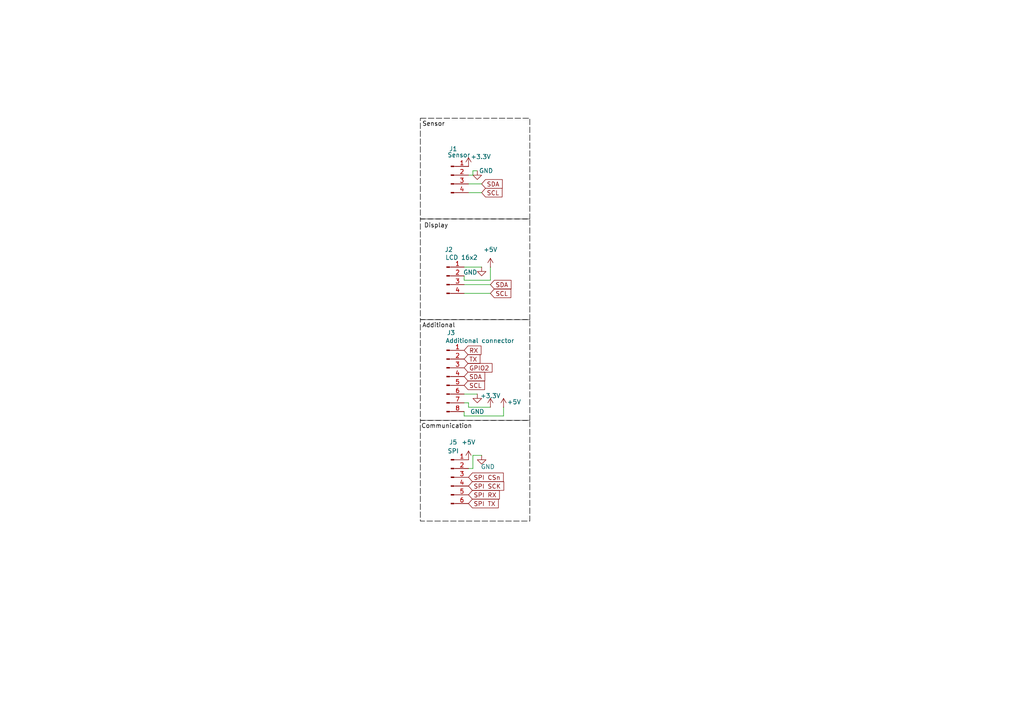
<source format=kicad_sch>
(kicad_sch (version 20250114) (generator "eeschema") (generator_version "9.0")
  (paper "A4")
  (title_block (title "Raspberry Pi Pico Logger - Connectors") (date "2025-06-21") (rev "2.0") (company "Creator: Piotr Kłyś"))
  (lib_symbols
    (symbol "Connector:Conn_01x04_Pin" (pin_names (offset 1.016) (hide yes))
      (property "Reference" "J" (at 0 5.08 0))
      (property "Value" "Conn_01x04_Pin" (at 0 -7.62 0))
      (symbol "Conn_01x04_Pin_1_1"
        (rectangle (start 0.8636 2.667) (end 0 2.413) (stroke (width 0.1524)) (fill (type outline)))
        (rectangle (start 0.8636 0.127) (end 0 -0.127) (stroke (width 0.1524)) (fill (type outline)))
        (rectangle (start 0.8636 -2.413) (end 0 -2.667) (stroke (width 0.1524)) (fill (type outline)))
        (rectangle (start 0.8636 -4.953) (end 0 -5.207) (stroke (width 0.1524)) (fill (type outline)))
        (polyline (pts (xy 1.27 2.54) (xy 0.8636 2.54)) (stroke (width 0.1524)))
        (polyline (pts (xy 1.27 0) (xy 0.8636 0)) (stroke (width 0.1524)))
        (polyline (pts (xy 1.27 -2.54) (xy 0.8636 -2.54)) (stroke (width 0.1524)))
        (polyline (pts (xy 1.27 -5.08) (xy 0.8636 -5.08)) (stroke (width 0.1524)))
        (pin passive line (at 5.08 2.54 180) (length 3.81) (name "Pin_1") (number "1"))
        (pin passive line (at 5.08 0 180) (length 3.81) (name "Pin_2") (number "2"))
        (pin passive line (at 5.08 -2.54 180) (length 3.81) (name "Pin_3") (number "3"))
        (pin passive line (at 5.08 -5.08 180) (length 3.81) (name "Pin_4") (number "4"))
      )
    )
    (symbol "Connector:Conn_01x06_Pin" (pin_names (offset 1.016) (hide yes))
      (property "Reference" "J" (at 0 7.62 0))
      (property "Value" "Conn_01x06_Pin" (at 0 -10.16 0))
      (symbol "Conn_01x06_Pin_1_1"
        (rectangle (start 0.8636 5.207) (end 0 4.953) (stroke (width 0.1524)) (fill (type outline)))
        (rectangle (start 0.8636 2.667) (end 0 2.413) (stroke (width 0.1524)) (fill (type outline)))
        (rectangle (start 0.8636 0.127) (end 0 -0.127) (stroke (width 0.1524)) (fill (type outline)))
        (rectangle (start 0.8636 -2.413) (end 0 -2.667) (stroke (width 0.1524)) (fill (type outline)))
        (rectangle (start 0.8636 -4.953) (end 0 -5.207) (stroke (width 0.1524)) (fill (type outline)))
        (rectangle (start 0.8636 -7.493) (end 0 -7.747) (stroke (width 0.1524)) (fill (type outline)))
        (polyline (pts (xy 1.27 5.08) (xy 0.8636 5.08)) (stroke (width 0.1524)))
        (polyline (pts (xy 1.27 2.54) (xy 0.8636 2.54)) (stroke (width 0.1524)))
        (polyline (pts (xy 1.27 0) (xy 0.8636 0)) (stroke (width 0.1524)))
        (polyline (pts (xy 1.27 -2.54) (xy 0.8636 -2.54)) (stroke (width 0.1524)))
        (polyline (pts (xy 1.27 -5.08) (xy 0.8636 -5.08)) (stroke (width 0.1524)))
        (polyline (pts (xy 1.27 -7.62) (xy 0.8636 -7.62)) (stroke (width 0.1524)))
        (pin passive line (at 5.08 5.08 180) (length 3.81) (name "Pin_1") (number "1"))
        (pin passive line (at 5.08 2.54 180) (length 3.81) (name "Pin_2") (number "2"))
        (pin passive line (at 5.08 0 180) (length 3.81) (name "Pin_3") (number "3"))
        (pin passive line (at 5.08 -2.54 180) (length 3.81) (name "Pin_4") (number "4"))
        (pin passive line (at 5.08 -5.08 180) (length 3.81) (name "Pin_5") (number "5"))
        (pin passive line (at 5.08 -7.62 180) (length 3.81) (name "Pin_6") (number "6"))
      )
    )
    (symbol "Connector:Conn_01x08_Pin" (pin_names (offset 1.016) (hide yes))
      (property "Reference" "J" (at 0 10.16 0))
      (property "Value" "Conn_01x08_Pin" (at 0 -12.7 0))
      (symbol "Conn_01x08_Pin_1_1"
        (rectangle (start 0.8636 7.747) (end 0 7.493) (stroke (width 0.1524)) (fill (type outline)))
        (rectangle (start 0.8636 5.207) (end 0 4.953) (stroke (width 0.1524)) (fill (type outline)))
        (rectangle (start 0.8636 2.667) (end 0 2.413) (stroke (width 0.1524)) (fill (type outline)))
        (rectangle (start 0.8636 0.127) (end 0 -0.127) (stroke (width 0.1524)) (fill (type outline)))
        (rectangle (start 0.8636 -2.413) (end 0 -2.667) (stroke (width 0.1524)) (fill (type outline)))
        (rectangle (start 0.8636 -4.953) (end 0 -5.207) (stroke (width 0.1524)) (fill (type outline)))
        (rectangle (start 0.8636 -7.493) (end 0 -7.747) (stroke (width 0.1524)) (fill (type outline)))
        (rectangle (start 0.8636 -10.033) (end 0 -10.287) (stroke (width 0.1524)) (fill (type outline)))
        (polyline (pts (xy 1.27 7.62) (xy 0.8636 7.62)) (stroke (width 0.1524)))
        (polyline (pts (xy 1.27 5.08) (xy 0.8636 5.08)) (stroke (width 0.1524)))
        (polyline (pts (xy 1.27 2.54) (xy 0.8636 2.54)) (stroke (width 0.1524)))
        (polyline (pts (xy 1.27 0) (xy 0.8636 0)) (stroke (width 0.1524)))
        (polyline (pts (xy 1.27 -2.54) (xy 0.8636 -2.54)) (stroke (width 0.1524)))
        (polyline (pts (xy 1.27 -5.08) (xy 0.8636 -5.08)) (stroke (width 0.1524)))
        (polyline (pts (xy 1.27 -7.62) (xy 0.8636 -7.62)) (stroke (width 0.1524)))
        (polyline (pts (xy 1.27 -10.16) (xy 0.8636 -10.16)) (stroke (width 0.1524)))
        (pin passive line (at 5.08 7.62 180) (length 3.81) (name "Pin_1") (number "1"))
        (pin passive line (at 5.08 5.08 180) (length 3.81) (name "Pin_2") (number "2"))
        (pin passive line (at 5.08 2.54 180) (length 3.81) (name "Pin_3") (number "3"))
        (pin passive line (at 5.08 0 180) (length 3.81) (name "Pin_4") (number "4"))
        (pin passive line (at 5.08 -2.54 180) (length 3.81) (name "Pin_5") (number "5"))
        (pin passive line (at 5.08 -5.08 180) (length 3.81) (name "Pin_6") (number "6"))
        (pin passive line (at 5.08 -7.62 180) (length 3.81) (name "Pin_7") (number "7"))
        (pin passive line (at 5.08 -10.16 180) (length 3.81) (name "Pin_8") (number "8"))
      )
    )
    (symbol "power:+3.3V" (power) (pin_numbers (hide yes)) (pin_names (offset 0) (hide yes))
      (property "Value" "+3.3V" (at 0 3.556 0))
      (symbol "+3.3V_0_1"
        (polyline (pts (xy -0.762 1.27) (xy 0 2.54)))
        (polyline (pts (xy 0 2.54) (xy 0.762 1.27)))
        (polyline (pts (xy 0 0) (xy 0 2.54)))
      )
      (symbol "+3.3V_1_1"
        (pin power_in line (at 0 0 90) (length 0) (name "~") (number "1"))
      )
    )
    (symbol "power:+5V" (power) (pin_numbers (hide yes)) (pin_names (offset 0) (hide yes))
      (property "Value" "+5V" (at 0 3.556 0))
      (symbol "+5V_0_1"
        (polyline (pts (xy -0.762 1.27) (xy 0 2.54)))
        (polyline (pts (xy 0 2.54) (xy 0.762 1.27)))
        (polyline (pts (xy 0 0) (xy 0 2.54)))
      )
      (symbol "+5V_1_1"
        (pin power_in line (at 0 0 90) (length 0) (name "~") (number "1"))
      )
    )
    (symbol "power:GND" (power) (pin_numbers (hide yes)) (pin_names (offset 0) (hide yes))
      (property "Value" "GND" (at 0 -3.81 0))
      (symbol "GND_0_1"
        (polyline (pts (xy 0 0) (xy 0 -1.27) (xy 1.27 -1.27) (xy 0 -2.54) (xy -1.27 -1.27) (xy 0 -1.27)))
      )
      (symbol "GND_1_1"
        (pin power_in line (at 0 0 270) (length 0) (name "~") (number "1"))
      )
    )
  )
  (rectangle (start 121.92 92.71) (end 153.67 121.92) (stroke (width 0) (type dash) (color 0 0 0 1)))
  (rectangle (start 121.92 34.29) (end 153.67 63.5) (stroke (width 0) (type dash) (color 0 0 0 1)))
  (rectangle (start 121.92 121.92) (end 153.67 151.13) (stroke (width 0) (type dash) (color 0 0 0 1)))
  (rectangle (start 121.92 63.5) (end 153.67 92.71) (stroke (width 0) (type dash) (color 0 0 0 1)))
  (text "Sensor " (at 126.238 36.068 0) (effects (font (size 1.27 1.27))))
  (text "Communication" (at 129.54 123.698 0) (effects (font (size 1.27 1.27))))
  (text "Display" (at 126.492 65.532 0) (effects (font (size 1.27 1.27))))
  (text "Additional" (at 127.254 94.488 0) (effects (font (size 1.27 1.27))))
  (wire (pts (xy 134.62 85.09) (xy 142.24 85.09)))
  (wire (pts (xy 137.16 132.08) (xy 139.7 132.08)))
  (wire (pts (xy 134.62 120.65) (xy 134.62 119.38)))
  (wire (pts (xy 134.62 77.47) (xy 139.7 77.47)))
  (wire (pts (xy 135.89 135.89) (xy 137.16 135.89)))
  (wire (pts (xy 137.16 50.8) (xy 135.89 50.8)))
  (wire (pts (xy 142.24 118.11) (xy 135.89 118.11)))
  (wire (pts (xy 137.16 135.89) (xy 137.16 132.08)))
  (wire (pts (xy 135.89 118.11) (xy 135.89 116.84)))
  (wire (pts (xy 134.62 114.3) (xy 138.43 114.3)))
  (wire (pts (xy 137.16 49.53) (xy 137.16 50.8)))
  (wire (pts (xy 134.62 81.28) (xy 142.24 81.28)))
  (wire (pts (xy 135.89 53.34) (xy 139.7 53.34)))
  (wire (pts (xy 146.05 120.65) (xy 134.62 120.65)))
  (wire (pts (xy 134.62 116.84) (xy 135.89 116.84)))
  (wire (pts (xy 137.16 49.53) (xy 138.43 49.53)))
  (wire (pts (xy 134.62 82.55) (xy 142.24 82.55)))
  (wire (pts (xy 135.89 55.88) (xy 139.7 55.88)))
  (wire (pts (xy 142.24 77.47) (xy 142.24 81.28)))
  (wire (pts (xy 146.05 118.11) (xy 146.05 120.65)))
  (wire (pts (xy 134.62 81.28) (xy 134.62 80.01)))
  (global_label "SDA" (shape input) (at 139.7 53.34 0) (property "Intersheetrefs" "${INTERSHEET_REFS}" (effects (hide yes))))
  (global_label "SDA" (shape input) (at 134.62 109.22 0) (property "Intersheetrefs" "${INTERSHEET_REFS}" (effects (hide yes))))
  (global_label "RX" (shape input) (at 134.62 101.6 0) (property "Intersheetrefs" "${INTERSHEET_REFS}" (effects (hide yes))))
  (global_label "GPIO2" (shape input) (at 134.62 106.68 0) (property "Intersheetrefs" "${INTERSHEET_REFS}" (effects (hide yes))))
  (global_label "SPI SCK" (shape input) (at 135.89 140.97 0) (property "Intersheetrefs" "${INTERSHEET_REFS}" (effects (hide yes))))
  (global_label "SPI TX" (shape input) (at 135.89 146.05 0) (property "Intersheetrefs" "${INTERSHEET_REFS}" (effects (hide yes))))
  (global_label "TX" (shape input) (at 134.62 104.14 0) (property "Intersheetrefs" "${INTERSHEET_REFS}" (effects (hide yes))))
  (global_label "SPI RX" (shape input) (at 135.89 143.51 0) (property "Intersheetrefs" "${INTERSHEET_REFS}" (effects (hide yes))))
  (global_label "SCL" (shape input) (at 142.24 85.09 0) (property "Intersheetrefs" "${INTERSHEET_REFS}" (effects (hide yes))))
  (global_label "SCL" (shape input) (at 134.62 111.76 0) (property "Intersheetrefs" "${INTERSHEET_REFS}" (effects (hide yes))))
  (global_label "SPI CSn" (shape input) (at 135.89 138.43 0) (property "Intersheetrefs" "${INTERSHEET_REFS}" (effects (hide yes))))
  (global_label "SCL" (shape input) (at 139.7 55.88 0) (property "Intersheetrefs" "${INTERSHEET_REFS}" (effects (hide yes))))
  (global_label "SDA" (shape input) (at 142.24 82.55 0) (property "Intersheetrefs" "${INTERSHEET_REFS}" (effects (hide yes))))
  (symbol (lib_id "Connector:Conn_01x08_Pin") (at 129.54 109.22 0) (unit 1)
    (property "Reference" "J3" (at 130.81 96.52 0))
    (property "Value" "Additional connector" (at 139.192 98.806 0))
    (property "Footprint" "Connector_PinHeader_2.54mm:PinHeader_1x08_P2.54mm_Horizontal" (effects (hide yes)))
    (property "Description" "Generic connector, single row, 01x08, script generated" (effects (hide yes)))
  )
  (symbol (lib_id "power:GND") (at 139.7 132.08 0) (unit 1)
    (property "Reference" "#PWR028" (effects (hide yes)))
    (property "Value" "GND" (at 141.478 135.382 0))
    (property "Description" "Power symbol creates a global label with name \"GND\" , ground" (effects (hide yes)))
  )
  (symbol (lib_id "Connector:Conn_01x04_Pin") (at 129.54 80.01 0) (unit 1)
    (property "Reference" "J2" (at 130.175 72.39 0))
    (property "Value" "LCD 16x2" (at 133.858 74.676 0))
    (property "Footprint" "Connector_PinHeader_2.54mm:PinHeader_1x04_P2.54mm_Vertical" (effects (hide yes)))
    (property "Description" "Generic connector, single row, 01x04, script generated" (effects (hide yes)))
  )
  (symbol (lib_id "power:+3.3V") (at 142.24 118.11 0) (unit 1)
    (property "Reference" "#PWR022" (effects (hide yes)))
    (property "Value" "+3.3V" (at 142.24 114.808 0))
    (property "Description" "Power symbol creates a global label with name \"+3.3V\"" (effects (hide yes)))
  )
  (symbol (lib_id "power:GND") (at 138.43 114.3 0) (unit 1)
    (property "Reference" "#PWR012" (effects (hide yes)))
    (property "Value" "GND" (at 138.43 119.38 0))
    (property "Description" "Power symbol creates a global label with name \"GND\" , ground" (effects (hide yes)))
  )
  (symbol (lib_id "power:+5V") (at 146.05 118.11 0) (unit 1)
    (property "Reference" "#PWR023" (effects (hide yes)))
    (property "Value" "+5V" (at 149.098 116.586 0))
    (property "Description" "Power symbol creates a global label with name \"+5V\"" (effects (hide yes)))
  )
  (symbol (lib_id "power:GND") (at 138.43 49.53 0) (unit 1)
    (property "Reference" "#PWR014" (effects (hide yes)))
    (property "Value" "GND" (at 140.97 49.53 0))
    (property "Description" "Power symbol creates a global label with name \"GND\" , ground" (effects (hide yes)))
  )
  (symbol (lib_id "Connector:Conn_01x04_Pin") (at 130.81 50.8 0) (unit 1)
    (property "Reference" "J1" (at 131.445 43.18 0))
    (property "Value" "Sensor" (at 133.096 44.958 0))
    (property "Footprint" "Connector_PinHeader_2.54mm:PinHeader_1x04_P2.54mm_Vertical" (effects (hide yes)))
    (property "Description" "Generic connector, single row, 01x04, script generated" (effects (hide yes)))
  )
  (symbol (lib_id "power:+3.3V") (at 135.89 48.26 0) (unit 1)
    (property "Reference" "#PWR020" (effects (hide yes)))
    (property "Value" "+3.3V" (at 139.446 45.466 0))
    (property "Description" "Power symbol creates a global label with name \"+3.3V\"" (effects (hide yes)))
  )
  (symbol (lib_id "power:GND") (at 139.7 77.47 0) (unit 1)
    (property "Reference" "#PWR013" (effects (hide yes)))
    (property "Value" "GND" (at 136.398 78.994 0))
    (property "Description" "Power symbol creates a global label with name \"GND\" , ground" (effects (hide yes)))
  )
  (symbol (lib_id "power:+5V") (at 135.89 133.35 0) (unit 1)
    (property "Reference" "#PWR027" (effects (hide yes)))
    (property "Value" "+5V" (at 135.89 128.27 0))
    (property "Description" "Power symbol creates a global label with name \"+5V\"" (effects (hide yes)))
  )
  (symbol (lib_id "power:+5V") (at 142.24 77.47 0) (unit 1)
    (property "Reference" "#PWR019" (effects (hide yes)))
    (property "Value" "+5V" (at 142.24 72.39 0))
    (property "Description" "Power symbol creates a global label with name \"+5V\"" (effects (hide yes)))
  )
  (symbol (lib_id "Connector:Conn_01x06_Pin") (at 130.81 138.43 0) (unit 1)
    (property "Reference" "J5" (at 131.445 128.27 0))
    (property "Value" "SPI" (at 131.445 130.81 0))
    (property "Footprint" "Connector_PinHeader_2.54mm:PinHeader_1x06_P2.54mm_Horizontal" (effects (hide yes)))
    (property "Description" "Generic connector, single row, 01x06, script generated" (effects (hide yes)))
  )
)
</source>
